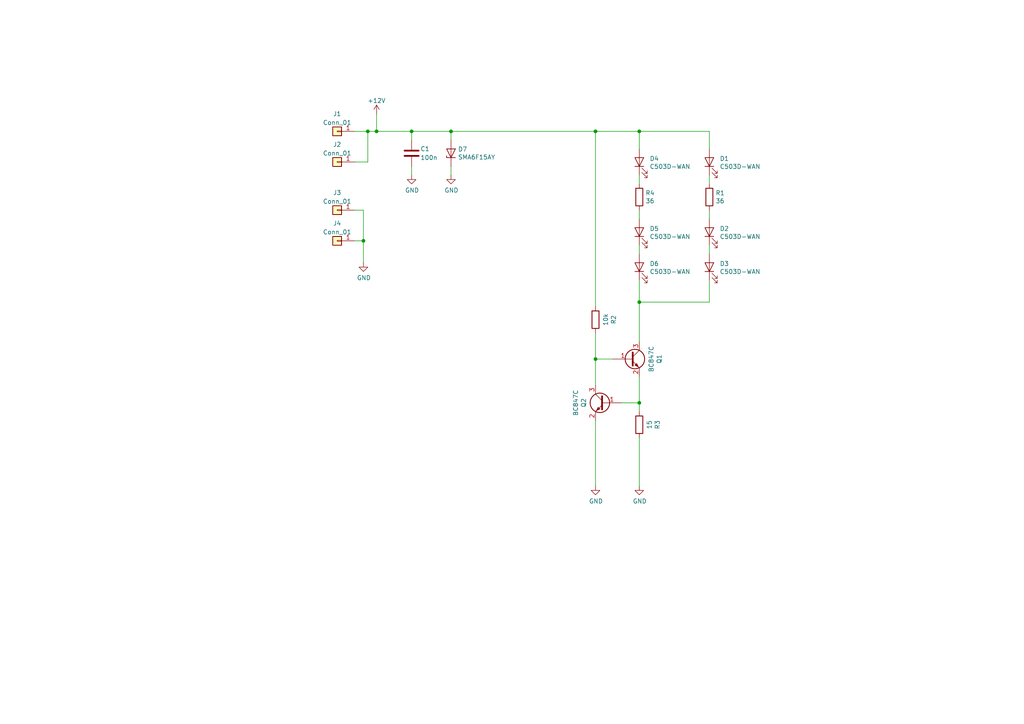
<source format=kicad_sch>
(kicad_sch (version 20230121) (generator eeschema)
  (paper "A4")
  (title_block (title "FancyLight") (date "2023-03-05") (rev "A") (comment 2 "Apache License 2.0") (comment 3 "https://github.com/JacobNeergaard/fancylight") (comment 4 "12V light system"))
  (lib_symbols
    (symbol "erp:C" (pin_numbers hide) (pin_names (offset 0.254))
      (property "Reference" "C" (at 0.635 2.54 0))
      (property "Value" "C" (at 0.635 -2.54 0))
      (symbol "C_0_1"
        (polyline (pts (xy -2.032 -0.762) (xy 2.032 -0.762)) (stroke (width 0.508)))
        (polyline (pts (xy -2.032 0.762) (xy 2.032 0.762)) (stroke (width 0.508)))
      )
      (symbol "C_1_1"
        (pin passive line (at 0 3.81 270) (length 2.794) (name "~") (number "1"))
        (pin passive line (at 0 -3.81 90) (length 2.794) (name "~") (number "2"))
      )
    )
    (symbol "erp:Conn_01x01" (pin_names (offset 1.016) hide)
      (property "Reference" "J" (at 0 2.54 0))
      (property "Value" "Conn_01x01" (at 0 -2.54 0))
      (symbol "Conn_01x01_1_1"
        (rectangle (start -1.27 0.127) (end 0 -0.127) (stroke (width 0.1524)))
        (rectangle (start -1.27 1.27) (end 1.27 -1.27) (stroke (width 0.254)) (fill (type background)))
        (pin passive line (at -5.08 0 0) (length 3.81) (name "Pin_1") (number "1"))
      )
    )
    (symbol "erp:D_Zener" (pin_numbers hide) (pin_names (offset 1.016) hide)
      (property "Reference" "D" (at 0 2.54 0))
      (property "Value" "D_Zener" (at 0 -2.54 0))
      (symbol "D_Zener_0_1"
        (polyline (pts (xy 1.27 0) (xy -1.27 0)))
        (polyline (pts (xy -1.27 -1.27) (xy -1.27 1.27) (xy -0.762 1.27)) (stroke (width 0.2032)))
        (polyline (pts (xy 1.27 -1.27) (xy 1.27 1.27) (xy -1.27 0) (xy 1.27 -1.27)) (stroke (width 0.2032)))
      )
      (symbol "D_Zener_1_1"
        (pin passive line (at -3.81 0 0) (length 2.54) (name "K") (number "1"))
        (pin passive line (at 3.81 0 180) (length 2.54) (name "A") (number "2"))
      )
    )
    (symbol "erp:LED" (pin_numbers hide) (pin_names (offset 1.016) hide)
      (property "Reference" "D" (at 0 2.54 0))
      (property "Value" "LED" (at 0 -2.54 0))
      (symbol "LED_0_1"
        (polyline (pts (xy -1.27 -1.27) (xy -1.27 1.27)) (stroke (width 0.2032)))
        (polyline (pts (xy -1.27 0) (xy 1.27 0)))
        (polyline (pts (xy 1.27 -1.27) (xy 1.27 1.27) (xy -1.27 0) (xy 1.27 -1.27)) (stroke (width 0.2032)))
        (polyline (pts (xy -3.048 -0.762) (xy -4.572 -2.286) (xy -3.81 -2.286) (xy -4.572 -2.286) (xy -4.572 -1.524)))
        (polyline (pts (xy -1.778 -0.762) (xy -3.302 -2.286) (xy -2.54 -2.286) (xy -3.302 -2.286) (xy -3.302 -1.524)))
      )
      (symbol "LED_1_1"
        (pin passive line (at -3.81 0 0) (length 2.54) (name "K") (number "1"))
        (pin passive line (at 3.81 0 180) (length 2.54) (name "A") (number "2"))
      )
    )
    (symbol "erp:Q_NPN_BEC" (pin_names (offset 0) hide)
      (property "Reference" "Q" (at 5.08 1.27 0))
      (property "Value" "Q_NPN_BEC" (at 5.08 -1.27 0))
      (symbol "Q_NPN_BEC_0_1"
        (polyline (pts (xy 0.635 0.635) (xy 2.54 2.54)))
        (polyline (pts (xy 0.635 -0.635) (xy 2.54 -2.54) (xy 2.54 -2.54)))
        (polyline (pts (xy 0.635 1.905) (xy 0.635 -1.905) (xy 0.635 -1.905)) (stroke (width 0.508)))
        (polyline (pts (xy 1.27 -1.778) (xy 1.778 -1.27) (xy 2.286 -2.286) (xy 1.27 -1.778) (xy 1.27 -1.778)) (fill (type outline)))
        (circle (center 1.27 0) (radius 2.8194) (stroke (width 0.254)))
      )
      (symbol "Q_NPN_BEC_1_1"
        (pin input line (at -5.08 0 0) (length 5.715) (name "B") (number "1"))
        (pin passive line (at 2.54 -5.08 90) (length 2.54) (name "E") (number "2"))
        (pin passive line (at 2.54 5.08 270) (length 2.54) (name "C") (number "3"))
      )
    )
    (symbol "erp:R" (pin_numbers hide) (pin_names (offset 0))
      (property "Reference" "R" (at 2.032 0 90))
      (property "Value" "R" (at 0 0 90))
      (symbol "R_0_1"
        (rectangle (start -1.016 -2.54) (end 1.016 2.54) (stroke (width 0.254)))
      )
      (symbol "R_1_1"
        (pin passive line (at 0 3.81 270) (length 1.27) (name "~") (number "1"))
        (pin passive line (at 0 -3.81 90) (length 1.27) (name "~") (number "2"))
      )
    )
    (symbol "power:+12V" (power) (pin_names (offset 0))
      (property "Value" "+12V" (at 0 3.556 0))
      (symbol "+12V_0_1"
        (polyline (pts (xy -0.762 1.27) (xy 0 2.54)))
        (polyline (pts (xy 0 0) (xy 0 2.54)))
        (polyline (pts (xy 0 2.54) (xy 0.762 1.27)))
      )
      (symbol "+12V_1_1"
        (pin power_in line (at 0 0 90) (length 0) hide (name "+12V") (number "1"))
      )
    )
    (symbol "power:GND" (power) (pin_names (offset 0))
      (property "Value" "GND" (at 0 -3.81 0))
      (symbol "GND_0_1"
        (polyline (pts (xy 0 0) (xy 0 -1.27) (xy 1.27 -1.27) (xy 0 -2.54) (xy -1.27 -1.27) (xy 0 -1.27)))
      )
      (symbol "GND_1_1"
        (pin power_in line (at 0 0 270) (length 0) hide (name "GND") (number "1"))
      )
    )
  )
  (junction (at 105.41 69.85))
  (junction (at 130.81 38.1))
  (junction (at 185.42 87.63))
  (junction (at 185.42 116.84))
  (junction (at 106.68 38.1))
  (junction (at 109.22 38.1))
  (junction (at 119.38 38.1))
  (junction (at 172.72 104.14))
  (junction (at 185.42 38.1))
  (junction (at 172.72 38.1))
  (wire (pts (xy 205.74 50.8) (xy 205.74 53.34)))
  (wire (pts (xy 205.74 60.96) (xy 205.74 63.5)))
  (wire (pts (xy 102.87 46.99) (xy 106.68 46.99)))
  (wire (pts (xy 119.38 40.64) (xy 119.38 38.1)))
  (wire (pts (xy 185.42 109.22) (xy 185.42 116.84)))
  (wire (pts (xy 185.42 60.96) (xy 185.42 63.5)))
  (wire (pts (xy 109.22 33.02) (xy 109.22 38.1)))
  (wire (pts (xy 105.41 60.96) (xy 102.87 60.96)))
  (wire (pts (xy 172.72 104.14) (xy 172.72 111.76)))
  (wire (pts (xy 109.22 38.1) (xy 119.38 38.1)))
  (wire (pts (xy 185.42 87.63) (xy 185.42 81.28)))
  (wire (pts (xy 130.81 48.26) (xy 130.81 50.8)))
  (wire (pts (xy 205.74 71.12) (xy 205.74 73.66)))
  (wire (pts (xy 105.41 69.85) (xy 105.41 76.2)))
  (wire (pts (xy 102.87 69.85) (xy 105.41 69.85)))
  (wire (pts (xy 180.34 116.84) (xy 185.42 116.84)))
  (wire (pts (xy 172.72 38.1) (xy 130.81 38.1)))
  (wire (pts (xy 105.41 60.96) (xy 105.41 69.85)))
  (wire (pts (xy 177.8 104.14) (xy 172.72 104.14)))
  (wire (pts (xy 172.72 88.9) (xy 172.72 38.1)))
  (wire (pts (xy 185.42 43.18) (xy 185.42 38.1)))
  (wire (pts (xy 172.72 121.92) (xy 172.72 140.97)))
  (wire (pts (xy 102.87 38.1) (xy 106.68 38.1)))
  (wire (pts (xy 106.68 38.1) (xy 109.22 38.1)))
  (wire (pts (xy 119.38 38.1) (xy 130.81 38.1)))
  (wire (pts (xy 205.74 87.63) (xy 185.42 87.63)))
  (wire (pts (xy 185.42 119.38) (xy 185.42 116.84)))
  (wire (pts (xy 205.74 43.18) (xy 205.74 38.1)))
  (wire (pts (xy 205.74 38.1) (xy 185.42 38.1)))
  (wire (pts (xy 130.81 40.64) (xy 130.81 38.1)))
  (wire (pts (xy 185.42 50.8) (xy 185.42 53.34)))
  (wire (pts (xy 185.42 99.06) (xy 185.42 87.63)))
  (wire (pts (xy 185.42 127) (xy 185.42 140.97)))
  (wire (pts (xy 205.74 81.28) (xy 205.74 87.63)))
  (wire (pts (xy 172.72 96.52) (xy 172.72 104.14)))
  (wire (pts (xy 185.42 71.12) (xy 185.42 73.66)))
  (wire (pts (xy 119.38 48.26) (xy 119.38 50.8)))
  (wire (pts (xy 185.42 38.1) (xy 172.72 38.1)))
  (wire (pts (xy 106.68 46.99) (xy 106.68 38.1)))
  (symbol (lib_id "erp:LED") (at 205.74 46.99 90) (unit 1)
    (property "Reference" "D1" (at 208.7372 45.9994 90) (effects (justify right)))
    (property "Value" "C503D-WAN" (at 208.7372 48.3108 90) (effects (justify right)))
    (property "Footprint" "erp:LED_D5.0mm" (effects hide))
    (property "ItemNo" "402000" (effects hide))
  )
  (symbol (lib_id "erp:R") (at 205.74 57.15 0) (unit 1)
    (property "Reference" "R1" (at 207.518 55.9816 0) (effects (justify left)))
    (property "Value" "36" (at 207.518 58.293 0) (effects (justify left)))
    (property "Footprint" "erp:R_0805_2012Metric" (effects hide))
    (property "ItemNo" "200750" (effects hide))
  )
  (symbol (lib_id "erp:LED") (at 205.74 67.31 90) (unit 1)
    (property "Reference" "D2" (at 208.7372 66.3194 90) (effects (justify right)))
    (property "Value" "C503D-WAN" (at 208.7372 68.6308 90) (effects (justify right)))
    (property "Footprint" "erp:LED_D5.0mm" (effects hide))
    (property "ItemNo" "402000" (effects hide))
  )
  (symbol (lib_id "erp:LED") (at 205.74 77.47 90) (unit 1)
    (property "Reference" "D3" (at 208.7372 76.4794 90) (effects (justify right)))
    (property "Value" "C503D-WAN" (at 208.7372 78.7908 90) (effects (justify right)))
    (property "Footprint" "erp:LED_D5.0mm" (effects hide))
    (property "ItemNo" "402000" (effects hide))
  )
  (symbol (lib_id "power:GND") (at 172.72 140.97 0) (unit 1)
    (property "Reference" "#PWR0101" (effects hide))
    (property "Value" "GND" (at 172.847 145.3642 0))
  )
  (symbol (lib_id "erp:LED") (at 185.42 46.99 90) (unit 1)
    (property "Reference" "D4" (at 188.4172 45.9994 90) (effects (justify right)))
    (property "Value" "C503D-WAN" (at 188.4172 48.3108 90) (effects (justify right)))
    (property "Footprint" "erp:LED_D5.0mm" (effects hide))
    (property "ItemNo" "402000" (effects hide))
  )
  (symbol (lib_id "erp:R") (at 185.42 57.15 0) (unit 1)
    (property "Reference" "R4" (at 187.198 55.9816 0) (effects (justify left)))
    (property "Value" "36" (at 187.198 58.293 0) (effects (justify left)))
    (property "Footprint" "erp:R_0805_2012Metric" (effects hide))
    (property "ItemNo" "200750" (effects hide))
  )
  (symbol (lib_id "erp:LED") (at 185.42 67.31 90) (unit 1)
    (property "Reference" "D5" (at 188.4172 66.3194 90) (effects (justify right)))
    (property "Value" "C503D-WAN" (at 188.4172 68.6308 90) (effects (justify right)))
    (property "Footprint" "erp:LED_D5.0mm" (effects hide))
    (property "ItemNo" "402000" (effects hide))
  )
  (symbol (lib_id "erp:LED") (at 185.42 77.47 90) (unit 1)
    (property "Reference" "D6" (at 188.4172 76.4794 90) (effects (justify right)))
    (property "Value" "C503D-WAN" (at 188.4172 78.7908 90) (effects (justify right)))
    (property "Footprint" "erp:LED_D5.0mm" (effects hide))
    (property "ItemNo" "402000" (effects hide))
  )
  (symbol (lib_id "power:GND") (at 185.42 140.97 0) (unit 1)
    (property "Reference" "#PWR0102" (effects hide))
    (property "Value" "GND" (at 185.547 145.3642 0))
  )
  (symbol (lib_id "erp:Q_NPN_BEC") (at 175.26 116.84 0) (mirror y) (unit 1)
    (property "Reference" "Q2" (at 169.291 116.84 90))
    (property "Value" "BC847C" (at 166.9796 116.84 90))
    (property "Footprint" "erp:SOT-23" (effects hide))
    (property "ItemNo" "300000" (effects hide))
  )
  (symbol (lib_id "erp:Q_NPN_BEC") (at 182.88 104.14 0) (unit 1)
    (property "Reference" "Q1" (at 191.2112 104.14 90))
    (property "Value" "BC847C" (at 188.8998 104.14 90))
    (property "Footprint" "erp:SOT-23" (effects hide))
    (property "ItemNo" "300000" (effects hide))
  )
  (symbol (lib_id "erp:R") (at 185.42 123.19 180) (unit 1)
    (property "Reference" "R3" (at 190.6778 123.19 90))
    (property "Value" "15" (at 188.3664 123.19 90))
    (property "Footprint" "erp:R_0805_2012Metric" (effects hide))
    (property "ItemNo" "200750" (effects hide))
  )
  (symbol (lib_id "erp:R") (at 172.72 92.71 180) (unit 1)
    (property "Reference" "R2" (at 177.9778 92.71 90))
    (property "Value" "10k" (at 175.6664 92.71 90))
    (property "Footprint" "erp:R_0805_2012Metric" (effects hide))
    (property "ItemNo" "200750" (effects hide))
  )
  (symbol (lib_id "power:GND") (at 105.41 76.2 0) (unit 1)
    (property "Reference" "#PWR0104" (effects hide))
    (property "Value" "GND" (at 105.537 80.5942 0))
  )
  (symbol (lib_id "power:GND") (at 130.81 50.8 0) (unit 1)
    (property "Reference" "#PWR01" (effects hide))
    (property "Value" "GND" (at 130.937 55.1942 0))
  )
  (symbol (lib_id "erp:D_Zener") (at 130.81 44.45 90) (unit 1)
    (property "Reference" "D7" (at 132.8166 43.2816 90) (effects (justify right)))
    (property "Value" "SMA6F15AY" (at 132.8166 45.593 90) (effects (justify right)))
    (property "Footprint" "erp:D_SMA" (effects hide))
    (property "ItemNo" "260001" (effects hide))
  )
  (symbol (lib_id "erp:C") (at 119.38 44.45 0) (unit 1)
    (property "Reference" "C1" (at 121.92 43.18 0) (effects (justify left)))
    (property "Value" "100n" (at 121.92 45.72 0) (effects (justify left)))
    (property "Footprint" "erp:C_0805_2012Metric" (effects hide))
    (property "ItemNo" "220250" (effects hide))
  )
  (symbol (lib_id "power:GND") (at 119.38 50.8 0) (unit 1)
    (property "Reference" "#PWR0105" (effects hide))
    (property "Value" "GND" (at 119.507 55.1942 0))
  )
  (symbol (lib_id "erp:Conn_01x01") (at 97.79 46.99 180) (unit 1)
    (property "Reference" "J2" (at 97.79 41.91 0))
    (property "Value" "Conn_01" (at 97.79 44.45 0))
    (property "Footprint" "erp:ThruHole1mm_1.6Pad" (effects hide))
    (property "ItemNo" "503002" (effects hide))
  )
  (symbol (lib_id "erp:Conn_01x01") (at 97.79 38.1 180) (unit 1)
    (property "Reference" "J1" (at 97.79 33.02 0))
    (property "Value" "Conn_01" (at 97.79 35.56 0))
    (property "Footprint" "erp:ThruHole1mm_1.6Pad" (effects hide))
    (property "ItemNo" "503002" (effects hide))
  )
  (symbol (lib_id "erp:Conn_01x01") (at 97.79 60.96 180) (unit 1)
    (property "Reference" "J3" (at 97.79 55.88 0))
    (property "Value" "Conn_01" (at 97.79 58.42 0))
    (property "Footprint" "erp:ThruHole1mm_1.6Pad" (effects hide))
    (property "ItemNo" "503002" (effects hide))
  )
  (symbol (lib_id "power:+12V") (at 109.22 33.02 0) (unit 1)
    (property "Reference" "#PWR02" (effects hide))
    (property "Value" "+12V" (at 109.22 29.21 0))
  )
  (symbol (lib_id "erp:Conn_01x01") (at 97.79 69.85 180) (unit 1)
    (property "Reference" "J4" (at 97.79 64.77 0))
    (property "Value" "Conn_01" (at 97.79 67.31 0))
    (property "Footprint" "erp:ThruHole1mm_1.6Pad" (effects hide))
    (property "ItemNo" "503002" (effects hide))
  )
)
</source>
